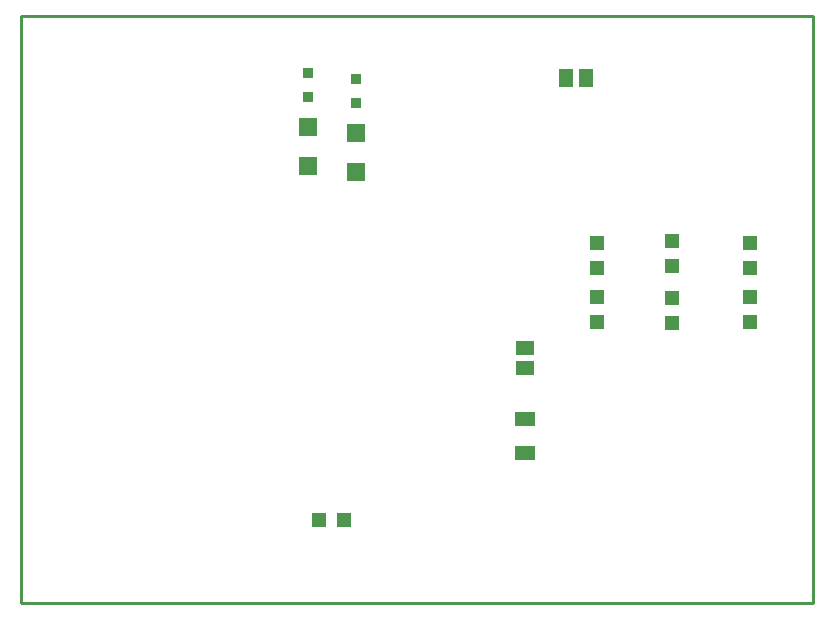
<source format=gtp>
G04*
G04 #@! TF.GenerationSoftware,Altium Limited,Altium Designer,19.1.5 (86)*
G04*
G04 Layer_Color=8421504*
%FSLAX25Y25*%
%MOIN*%
G70*
G01*
G75*
%ADD13C,0.01000*%
%ADD14R,0.06000X0.06000*%
%ADD15R,0.05000X0.05000*%
%ADD16R,0.07087X0.05118*%
%ADD17R,0.03543X0.03543*%
%ADD18R,0.05906X0.05118*%
%ADD19R,0.05118X0.05906*%
%ADD20R,0.05000X0.05000*%
D13*
X35000Y253000D02*
X299000D01*
Y57500D02*
Y253000D01*
X35000Y57500D02*
X299000D01*
X35000D02*
Y253000D01*
D14*
X146500Y214000D02*
D03*
Y201000D02*
D03*
X130500Y216000D02*
D03*
Y203000D02*
D03*
D15*
X142500Y85000D02*
D03*
X134100D02*
D03*
D16*
X203000Y118709D02*
D03*
Y107291D02*
D03*
D17*
X146500Y232120D02*
D03*
Y224000D02*
D03*
X130500Y234120D02*
D03*
Y226000D02*
D03*
D18*
X203000Y135653D02*
D03*
Y142347D02*
D03*
D19*
X223346Y232500D02*
D03*
X216653D02*
D03*
D20*
X252000Y178000D02*
D03*
Y169600D02*
D03*
X278000Y177400D02*
D03*
Y169000D02*
D03*
X227000Y177400D02*
D03*
Y169000D02*
D03*
X252000Y159000D02*
D03*
Y150600D02*
D03*
X278000Y159400D02*
D03*
Y151000D02*
D03*
X227000Y159400D02*
D03*
Y151000D02*
D03*
M02*

</source>
